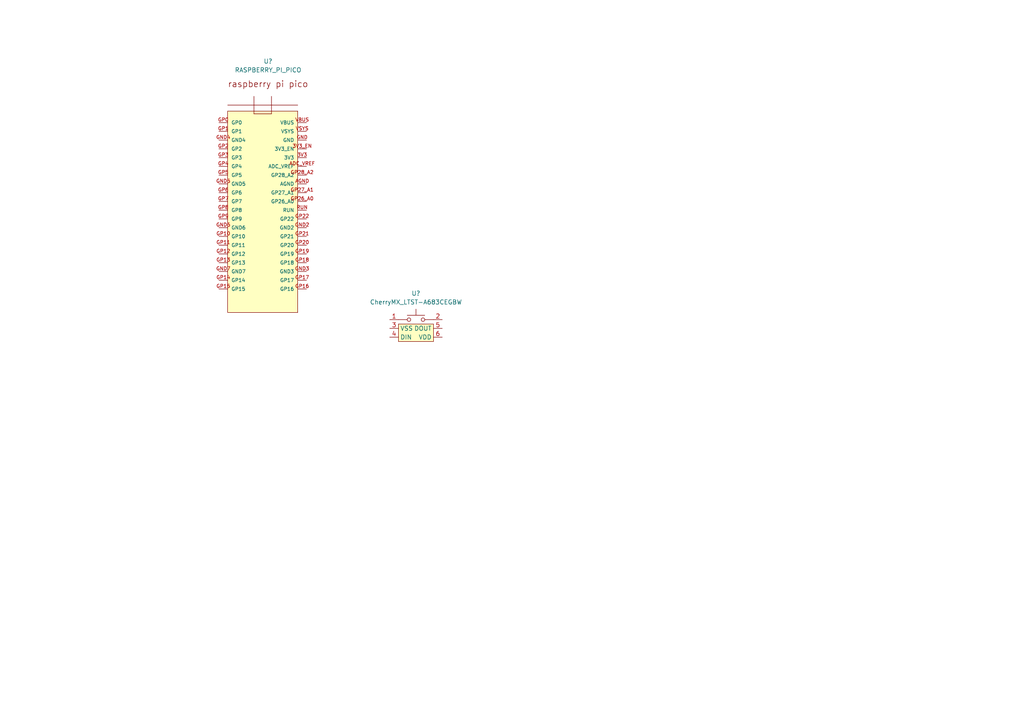
<source format=kicad_sch>
(kicad_sch (version 20230121) (generator eeschema)
  (paper "A4")
  (lib_symbols
    (symbol "CherryMX:CherryMX_LTST-A683CEGBW"
      (property "Reference" "U" (at 4.445 5.08 0))
      (property "Value" "CherryMX_LTST-A683CEGBW" (at 0 -5.08 0))
      (symbol "CherryMX_LTST-A683CEGBW_0_1"
        (rectangle (start -5.08 1.27) (end 5.08 -3.81) (fill (type background)))
        (polyline (pts (xy -5.08 2.54) (xy -2.54 2.54)))
        (polyline (pts (xy 2.54 2.54) (xy 5.08 2.54)))
      )
      (symbol "CherryMX_LTST-A683CEGBW_1_1"
        (circle (center -2.032 2.54) (radius 0.508))
        (polyline (pts (xy 0 3.81) (xy 0 5.588)))
        (polyline (pts (xy 2.54 3.81) (xy -2.54 3.81)))
        (circle (center 2.032 2.54) (radius 0.508))
        (pin passive line (at -7.62 2.54 0) (length 2.54) (name "~") (number "1"))
        (pin passive line (at 7.62 2.54 180) (length 2.54) (name "~") (number "2"))
        (pin power_in line (at -7.62 0 0) (length 2.54) (name "VSS") (number "3"))
        (pin input line (at -7.62 -2.54 0) (length 2.54) (name "DIN") (number "4"))
        (pin output line (at 7.62 0 180) (length 2.54) (name "DOUT") (number "5"))
        (pin power_in line (at 7.62 -2.54 180) (length 2.54) (name "VDD") (number "6"))
      )
    )
    (symbol "RASPBERRY_PI_PICO:RASPBERRY_PI_PICO" (pin_names (offset 1.016))
      (property "Reference" "U" (at 0 0 0))
      (property "Value" "RASPBERRY_PI_PICO" (at 0 0 0))
      (symbol "RASPBERRY_PI_PICO_0_0"
        (rectangle (start -7.62 -34.7604) (end 12.7 23.6596) (stroke (width 0.1524)) (fill (type background)))
        (polyline (pts (xy 0 22.86) (xy 5.08 22.86)) (stroke (width 0.1524)))
        (polyline (pts (xy 0 27.94) (xy 0 22.86)) (stroke (width 0.1524)))
        (polyline (pts (xy 5.08 22.86) (xy 5.08 27.94)) (stroke (width 0.1524)))
        (polyline (pts (xy 12.7 25.4) (xy -7.62 25.4)) (stroke (width 0.1524)))
        (text "raspberry pi pico" (at -7.62 30.48 0) (effects (font (size 1.778 1.778)) (justify left bottom)))
        (pin bidirectional line (at 15.24 10.16 180) (length 2.54) (name "3V3") (number "3V3"))
        (pin bidirectional line (at 15.24 12.7 180) (length 2.54) (name "3V3_EN") (number "3V3_EN"))
        (pin bidirectional line (at 15.24 7.62 180) (length 2.54) (name "ADC_VREF") (number "ADC_VREF"))
        (pin bidirectional line (at 15.24 2.54 180) (length 2.54) (name "AGND") (number "AGND"))
        (pin bidirectional line (at 15.24 15.24 180) (length 2.54) (name "GND") (number "GND"))
        (pin bidirectional line (at 15.24 -10.16 180) (length 2.54) (name "GND2") (number "GND2"))
        (pin bidirectional line (at 15.24 -22.86 180) (length 2.54) (name "GND3") (number "GND3"))
        (pin bidirectional line (at -10.16 15.24 0) (length 2.54) (name "GND4") (number "GND4"))
        (pin bidirectional line (at -10.16 2.54 0) (length 2.54) (name "GND5") (number "GND5"))
        (pin bidirectional line (at -10.16 -10.16 0) (length 2.54) (name "GND6") (number "GND6"))
        (pin bidirectional line (at -10.16 -22.86 0) (length 2.54) (name "GND7") (number "GND7"))
        (pin bidirectional line (at -10.16 20.32 0) (length 2.54) (name "GP0") (number "GP0"))
        (pin bidirectional line (at -10.16 17.78 0) (length 2.54) (name "GP1") (number "GP1"))
        (pin bidirectional line (at -10.16 -12.7 0) (length 2.54) (name "GP10") (number "GP10"))
        (pin bidirectional line (at -10.16 -15.24 0) (length 2.54) (name "GP11") (number "GP11"))
        (pin bidirectional line (at -10.16 -17.78 0) (length 2.54) (name "GP12") (number "GP12"))
        (pin bidirectional line (at -10.16 -20.32 0) (length 2.54) (name "GP13") (number "GP13"))
        (pin bidirectional line (at -10.16 -25.4 0) (length 2.54) (name "GP14") (number "GP14"))
        (pin bidirectional line (at -10.16 -27.94 0) (length 2.54) (name "GP15") (number "GP15"))
        (pin bidirectional line (at 15.24 -27.94 180) (length 2.54) (name "GP16") (number "GP16"))
        (pin bidirectional line (at 15.24 -25.4 180) (length 2.54) (name "GP17") (number "GP17"))
        (pin bidirectional line (at 15.24 -20.32 180) (length 2.54) (name "GP18") (number "GP18"))
        (pin bidirectional line (at 15.24 -17.78 180) (length 2.54) (name "GP19") (number "GP19"))
        (pin bidirectional line (at -10.16 12.7 0) (length 2.54) (name "GP2") (number "GP2"))
        (pin bidirectional line (at 15.24 -15.24 180) (length 2.54) (name "GP20") (number "GP20"))
        (pin bidirectional line (at 15.24 -12.7 180) (length 2.54) (name "GP21") (number "GP21"))
        (pin bidirectional line (at 15.24 -7.62 180) (length 2.54) (name "GP22") (number "GP22"))
        (pin bidirectional line (at 15.24 -2.54 180) (length 2.54) (name "GP26_A0") (number "GP26_A0"))
        (pin bidirectional line (at 15.24 0 180) (length 2.54) (name "GP27_A1") (number "GP27_A1"))
        (pin bidirectional line (at 15.24 5.08 180) (length 2.54) (name "GP28_A2") (number "GP28_A2"))
        (pin bidirectional line (at -10.16 10.16 0) (length 2.54) (name "GP3") (number "GP3"))
        (pin bidirectional line (at -10.16 7.62 0) (length 2.54) (name "GP4") (number "GP4"))
        (pin bidirectional line (at -10.16 5.08 0) (length 2.54) (name "GP5") (number "GP5"))
        (pin bidirectional line (at -10.16 0 0) (length 2.54) (name "GP6") (number "GP6"))
        (pin bidirectional line (at -10.16 -2.54 0) (length 2.54) (name "GP7") (number "GP7"))
        (pin bidirectional line (at -10.16 -5.08 0) (length 2.54) (name "GP8") (number "GP8"))
        (pin bidirectional line (at -10.16 -7.62 0) (length 2.54) (name "GP9") (number "GP9"))
        (pin bidirectional line (at 15.24 -5.08 180) (length 2.54) (name "RUN") (number "RUN"))
        (pin bidirectional line (at 15.24 20.32 180) (length 2.54) (name "VBUS") (number "VBUS"))
        (pin bidirectional line (at 15.24 17.78 180) (length 2.54) (name "VSYS") (number "VSYS"))
      )
    )
  )
  (symbol (lib_id "RASPBERRY_PI_PICO:RASPBERRY_PI_PICO") (at 73.66 55.88 0) (unit 1)
    (property "Reference" "U?" (at 77.7571 17.78 0))
    (property "Value" "RASPBERRY_PI_PICO" (at 77.7571 20.32 0))
    (property "Footprint" "RASPBERRY_PI_PICO:RASPBERRY_PI_PICO" (effects hide))
    (property "MF" "Raspberry Pi" (effects hide))
    (property "Description" "\nRaspberry Pi Board, Arm Cortex-M0+; Core Architecture:Arm; Core Sub-Architecture:Cortex-M0+; Kit Contents:Raspberry Pi Pico Board; No. Of Bits:32Bit; Silicon Core Number:Rp2040; Silicon Manufacturer:Raspberry Pi |Raspberry-Pi RASPBERRY PI PICO\n" (effects hide))
    (property "Package" "None" (effects hide))
    (property "Price" "None" (effects hide))
    (property "SnapEDA_Link" "https://www.snapeda.com/parts/RASPBERRY%20PI%20PICO/Raspberry+Pi/view-part/?ref=snap" (effects hide))
    (property "MP" "RASPBERRY PI PICO" (effects hide))
    (property "Availability" "Not in stock" (effects hide))
    (property "Check_prices" "https://www.snapeda.com/parts/RASPBERRY%20PI%20PICO/Raspberry+Pi/view-part/?ref=eda" (effects hide))
  )
  (symbol (lib_id "CherryMX:CherryMX_LTST-A683CEGBW") (at 120.65 95.25 0) (unit 1)
    (property "Reference" "U?" (at 120.65 85.09 0))
    (property "Value" "CherryMX_LTST-A683CEGBW" (at 120.65 87.63 0))
    (property "Footprint" "CherryMX_KailhSocket_LTST-A683CEGBW-HS:CherryMX_1.00u_KailhSocket_LTST-A683CEGBW-HS" (effects hide))
  )
)
</source>
